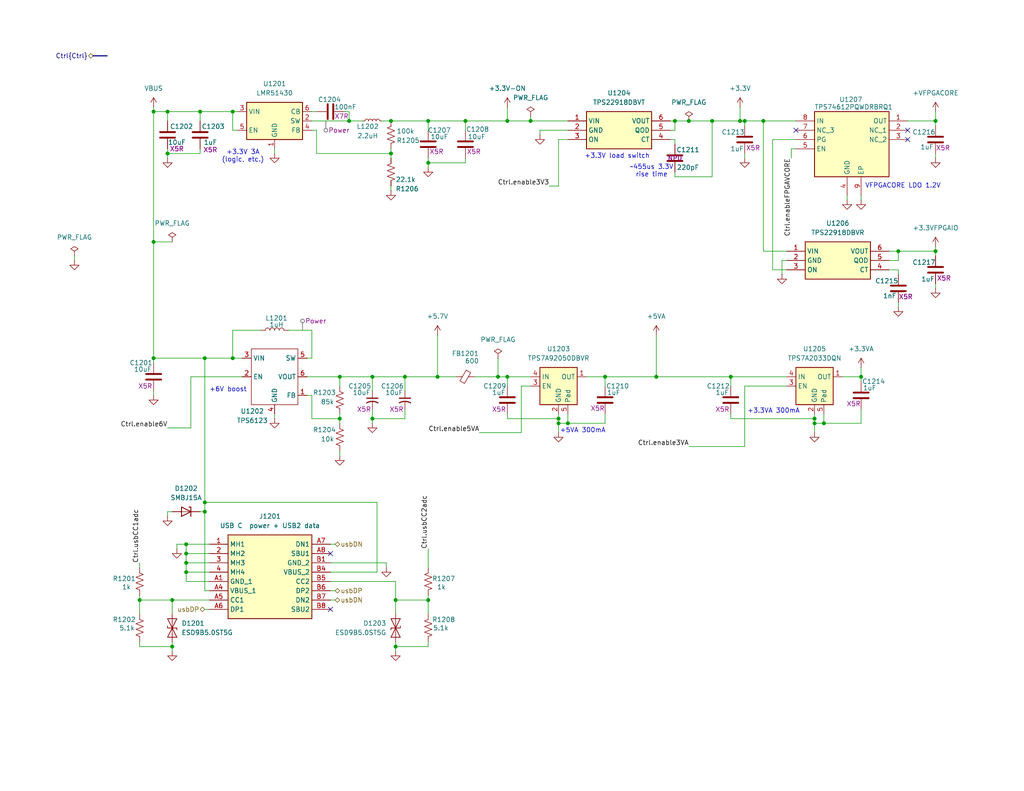
<source format=kicad_sch>
(kicad_sch (version 20250114) (generator "eeschema") (generator_version "9.0")
  (paper "USLetter")
  (title_block (title "Power Supplies") (date "2025-10-13") (company "WB7NAB") (comment 1 "Alan Mimms"))
  (lib_symbols
    (symbol "Device:C" (pin_numbers (hide yes)) (pin_names (offset 0.254))
      (property "Reference" "C" (at 0.635 2.54 0))
      (property "Value" "C" (at 0.635 -2.54 0))
      (symbol "C_1_1"
        (pin passive line (at 0 3.81 270) (length 2.794) (name "~") (number "1"))
        (pin passive line (at 0 -3.81 90) (length 2.794) (name "~") (number "2"))
      )
    )
    (symbol "Device:C_Small_US" (pin_numbers (hide yes)) (pin_names (offset 0.254) (hide yes))
      (property "Reference" "C" (at 0.254 1.778 0))
      (property "Value" "C_Small_US" (at 0.254 -2.032 0))
      (symbol "C_Small_US_1_1"
        (pin passive line (at 0 2.54 270) (length 2.032) (name "~") (number "1"))
        (pin passive line (at 0 -2.54 90) (length 2.032) (name "~") (number "2"))
      )
    )
    (symbol "Device:FerriteBead_Small" (pin_numbers (hide yes)) (pin_names (offset 0))
      (property "Reference" "FB" (at 1.905 1.27 0))
      (property "Value" "FerriteBead_Small" (at 1.905 -1.27 0))
      (symbol "FerriteBead_Small_1_1"
        (pin passive line (at 0 2.54 270) (length 1.27) (name "~") (number "1"))
        (pin passive line (at 0 -2.54 90) (length 1.27) (name "~") (number "2"))
      )
    )
    (symbol "Device:L" (pin_numbers (hide yes)) (pin_names (offset 1.016) (hide yes))
      (property "Reference" "L" (at -1.27 0 90))
      (property "Value" "L" (at 1.905 0 90))
      (symbol "L_1_1"
        (pin passive line (at 0 3.81 270) (length 1.27) (name "1") (number "1"))
        (pin passive line (at 0 -3.81 90) (length 1.27) (name "2") (number "2"))
      )
    )
    (symbol "Device:L_Small" (pin_numbers (hide yes)) (pin_names (offset 0.254) (hide yes))
      (property "Reference" "L" (at 0.762 1.016 0))
      (property "Value" "L_Small" (at 0.762 -1.016 0))
      (symbol "L_Small_1_1"
        (pin passive line (at 0 2.54 270) (length 0.508) (name "~") (number "1"))
        (pin passive line (at 0 -2.54 90) (length 0.508) (name "~") (number "2"))
      )
    )
    (symbol "Device:R_US" (pin_numbers (hide yes)) (pin_names (offset 0))
      (property "Reference" "R" (at 2.54 0 90))
      (property "Value" "R_US" (at -2.54 0 90))
      (symbol "R_US_1_1"
        (pin passive line (at 0 3.81 270) (length 1.27) (name "~") (number "1"))
        (pin passive line (at 0 -3.81 90) (length 1.27) (name "~") (number "2"))
      )
    )
    (symbol "Diode:ESD9B5.0ST5G" (pin_numbers (hide yes)) (pin_names (offset 1.016) (hide yes))
      (property "Reference" "D" (at 0 2.54 0))
      (property "Value" "ESD9B5.0ST5G" (at 0 -2.54 0))
      (symbol "ESD9B5.0ST5G_1_1"
        (pin passive line (at -3.81 0 0) (length 2.54) (name "A1") (number "1"))
        (pin passive line (at 3.81 0 180) (length 2.54) (name "A2") (number "2"))
      )
    )
    (symbol "Diode:Z2SMBxxx" (pin_numbers (hide yes)) (pin_names (hide yes))
      (property "Reference" "D" (at 0 2.54 0))
      (property "Value" "Z2SMBxxx" (at 0 -2.54 0))
      (symbol "Z2SMBxxx_1_1"
        (pin passive line (at -3.81 0 0) (length 2.54) (name "K") (number "1"))
        (pin passive line (at 3.81 0 180) (length 2.54) (name "A") (number "2"))
      )
    )
    (symbol "Library:TPS22918DBVR"
      (property "Reference" "U" (at -5.588 8.128 0))
      (property "Value" "TPS22918DBVR" (at -5.588 5.588 0))
      (symbol "TPS22918DBVR_1_1"
        (pin passive line (at -12.7 1.27 0) (length 5.08) (name "VIN") (number "1"))
        (pin passive line (at -12.7 -1.27 0) (length 5.08) (name "GND") (number "2"))
        (pin passive line (at -12.7 -3.81 0) (length 5.08) (name "ON") (number "3"))
        (pin passive line (at 15.24 1.27 180) (length 5.08) (name "VOUT") (number "6"))
        (pin passive line (at 15.24 -1.27 180) (length 5.08) (name "QOD") (number "5"))
        (pin passive line (at 15.24 -3.81 180) (length 5.08) (name "CT") (number "4"))
      )
    )
    (symbol "Library:TPS61023"
      (property "Reference" "U" (at 0 7.874 0))
      (symbol "TPS61023_1_1"
        (pin power_in line (at -8.89 1.27 0) (length 2.54) (name "VIN") (number "3"))
        (pin input line (at -8.89 -3.81 0) (length 2.54) (name "EN") (number "2"))
        (pin passive line (at 0 -13.97 90) (length 2.54) (name "GND") (number "4"))
        (pin output line (at 8.89 1.27 180) (length 2.54) (name "SW") (number "5"))
        (pin power_out line (at 8.89 -3.81 180) (length 2.54) (name "VOUT") (number "6"))
        (pin input line (at 8.89 -8.89 180) (length 2.54) (name "FB") (number "1"))
      )
    )
    (symbol "Library:TPS74612PQWDRBRQ1"
      (property "Reference" "U" (at -11.43 5.08 0))
      (property "Value" "TPS74612PQWDRBRQ1" (at -11.43 2.54 0))
      (symbol "TPS74612PQWDRBRQ1_1_1"
        (pin power_in line (at -15.24 -2.54 0) (length 5.08) (name "IN") (number "8"))
        (pin passive line (at -15.24 -5.08 0) (length 5.08) (name "NC_3") (number "7"))
        (pin passive line (at -15.24 -7.62 0) (length 5.08) (name "PG") (number "6"))
        (pin passive line (at -15.24 -10.16 0) (length 5.08) (name "EN") (number "5"))
        (pin passive line (at -1.27 -22.86 90) (length 5.08) (name "GND") (number "4"))
        (pin passive line (at 2.54 -22.86 90) (length 5.08) (name "EP") (number "9"))
        (pin power_out line (at 15.24 -2.54 180) (length 5.08) (name "OUT") (number "1"))
        (pin passive line (at 15.24 -5.08 180) (length 5.08) (name "NC_1") (number "2"))
        (pin passive line (at 15.24 -7.62 180) (length 5.08) (name "NC_2") (number "3"))
      )
    )
    (symbol "Library:UJ20-C-H-G-MSMT-4-P16-TR"
      (property "Reference" "J" (at 29.21 7.62 0))
      (property "Value" "UJ20-C-H-G-MSMT-4-P16-TR" (at 29.21 5.08 0))
      (symbol "UJ20-C-H-G-MSMT-4-P16-TR_1_1"
        (pin passive line (at 0 0 0) (length 5.08) (name "MH1") (number "1"))
        (pin passive line (at 0 -2.54 0) (length 5.08) (name "MH2") (number "2"))
        (pin passive line (at 0 -5.08 0) (length 5.08) (name "MH3") (number "3"))
        (pin passive line (at 0 -7.62 0) (length 5.08) (name "MH4") (number "4"))
        (pin passive line (at 0 -10.16 0) (length 5.08) (name "GND_1") (number "A1"))
        (pin passive line (at 0 -12.7 0) (length 5.08) (name "VBUS_1") (number "A4"))
        (pin passive line (at 0 -15.24 0) (length 5.08) (name "CC1") (number "A5"))
        (pin passive line (at 0 -17.78 0) (length 5.08) (name "DP1") (number "A6"))
        (pin passive line (at 33.02 0 180) (length 5.08) (name "DN1") (number "A7"))
        (pin passive line (at 33.02 -2.54 180) (length 5.08) (name "SBU1") (number "A8"))
        (pin passive line (at 33.02 -5.08 180) (length 5.08) (name "GND_2") (number "B1"))
        (pin passive line (at 33.02 -7.62 180) (length 5.08) (name "VBUS_2") (number "B4"))
        (pin passive line (at 33.02 -10.16 180) (length 5.08) (name "CC2") (number "B5"))
        (pin passive line (at 33.02 -12.7 180) (length 5.08) (name "DP2") (number "B6"))
        (pin passive line (at 33.02 -15.24 180) (length 5.08) (name "DN2") (number "B7"))
        (pin passive line (at 33.02 -17.78 180) (length 5.08) (name "SBU2") (number "B8"))
      )
    )
    (symbol "Regulator_Linear:TPS7A20xxxDQN"
      (property "Reference" "U" (at -3.81 6.35 0))
      (property "Value" "TPS7A20xxxDQN" (at 6.35 6.35 0))
      (symbol "TPS7A20xxxDQN_0_1"
        (pin power_in line (at -7.62 2.54 0) (length 2.54) (name "IN") (number "4"))
        (pin input line (at -7.62 0 0) (length 2.54) (name "EN") (number "3"))
        (pin power_in line (at 0 -7.62 90) (length 2.54) (name "GND") (number "2"))
        (pin power_out line (at 7.62 2.54 180) (length 2.54) (name "OUT") (number "1"))
      )
      (symbol "TPS7A20xxxDQN_1_1"
        (pin passive line (at 2.54 -7.62 90) (length 2.54) (name "Pad") (number "5"))
      )
    )
    (symbol "Regulator_Switching:LMR51430"
      (property "Reference" "U" (at -7.62 6.35 0))
      (property "Value" "LMR51430" (at 0 6.35 0))
      (symbol "LMR51430_1_1"
        (pin power_in line (at -10.16 2.54 0) (length 2.54) (name "VIN") (number "3"))
        (pin input line (at -10.16 -2.54 0) (length 2.54) (name "EN") (number "5"))
        (pin power_in line (at 0 -7.62 90) (length 2.54) (name "GND") (number "1"))
        (pin passive line (at 10.16 2.54 180) (length 2.54) (name "CB") (number "6"))
        (pin power_out line (at 10.16 0 180) (length 2.54) (name "SW") (number "2"))
        (pin input line (at 10.16 -2.54 180) (length 2.54) (name "FB") (number "4"))
      )
    )
    (symbol "power:+3.3V" (power) (pin_numbers (hide yes)) (pin_names (offset 0) (hide yes))
      (property "Value" "+3.3V" (at 0 3.556 0))
      (symbol "+3.3V_1_1"
        (pin power_in line (at 0 0 90) (length 0) (name "~") (number "1"))
      )
    )
    (symbol "power:+3.3VA" (power) (pin_numbers (hide yes)) (pin_names (offset 0) (hide yes))
      (property "Value" "+3.3VA" (at 0 3.556 0))
      (symbol "+3.3VA_1_1"
        (pin power_in line (at 0 0 90) (length 0) (name "~") (number "1"))
      )
    )
    (symbol "power:+5C" (power) (pin_numbers (hide yes)) (pin_names (offset 0) (hide yes))
      (property "Value" "+5C" (at 0 3.556 0))
      (symbol "+5C_1_1"
        (pin power_in line (at 0 0 90) (length 0) (name "~") (number "1"))
      )
    )
    (symbol "power:+5VA" (power) (pin_numbers (hide yes)) (pin_names (offset 0) (hide yes))
      (property "Value" "+5VA" (at 0 3.556 0))
      (symbol "+5VA_1_1"
        (pin power_in line (at 0 0 90) (length 0) (name "~") (number "1"))
      )
    )
    (symbol "power:GND" (power) (pin_numbers (hide yes)) (pin_names (offset 0) (hide yes))
      (property "Value" "GND" (at 0 -3.81 0))
      (symbol "GND_1_1"
        (pin power_in line (at 0 0 270) (length 0) (name "~") (number "1"))
      )
    )
    (symbol "power:PWR_FLAG" (power) (pin_numbers (hide yes)) (pin_names (offset 0) (hide yes))
      (property "Value" "PWR_FLAG" (at 0 3.81 0))
      (symbol "PWR_FLAG_0_0"
        (pin power_out line (at 0 0 90) (length 0) (name "~") (number "1"))
      )
    )
    (symbol "power:VBUS" (power) (pin_numbers (hide yes)) (pin_names (offset 0) (hide yes))
      (property "Value" "VBUS" (at 0 3.556 0))
      (symbol "VBUS_1_1"
        (pin power_in line (at 0 0 90) (length 0) (name "~") (number "1"))
      )
    )
    (symbol "power:VDD" (power) (pin_numbers (hide yes)) (pin_names (offset 0) (hide yes))
      (property "Value" "VDD" (at 0 3.556 0))
      (symbol "VDD_1_1"
        (pin power_in line (at 0 0 90) (length 0) (name "~") (number "1"))
      )
    )
  )
  (text "+6V boost" (at 62.23 106.426 0) (effects (font (size 1.27 1.27))))
  (text "~455us 3.3V\nrise time" (at 177.8 46.736 0) (effects (font (size 1.27 1.27))))
  (text "VFPGACORE LDO 1.2V" (at 246.38 50.8 0) (effects (font (size 1.27 1.27))))
  (text "+3.3V load switch" (at 168.402 42.672 0) (effects (font (size 1.27 1.27))))
  (text "+5VA 300mA" (at 159.004 117.602 0) (effects (font (size 1.27 1.27))))
  (text "+3.3V 3A\n(logic, etc.)" (at 66.294 42.672 0) (effects (font (size 1.27 1.27))))
  (text "+3.3VA 300mA" (at 211.074 112.268 0) (effects (font (size 1.27 1.27))))
  (junction (at 255.27 68.58))
  (junction (at 187.96 33.02))
  (junction (at 45.72 41.91))
  (junction (at 116.84 44.45))
  (junction (at 63.5 30.48))
  (junction (at 46.99 176.53))
  (junction (at 41.91 97.79))
  (junction (at 116.84 163.83))
  (junction (at 38.1 163.83))
  (junction (at 110.49 102.87))
  (junction (at 41.91 30.48))
  (junction (at 95.25 33.02))
  (junction (at 152.4 114.3))
  (junction (at 203.2 33.02))
  (junction (at 101.6 102.87))
  (junction (at 54.61 30.48))
  (junction (at 107.95 176.53))
  (junction (at 50.8 151.13))
  (junction (at 152.4 115.57))
  (junction (at 224.79 115.57))
  (junction (at 63.5 97.79))
  (junction (at 55.88 139.7))
  (junction (at 184.15 33.02))
  (junction (at 154.94 115.57))
  (junction (at 116.84 33.02))
  (junction (at 165.1 102.87))
  (junction (at 41.91 66.04))
  (junction (at 138.43 102.87))
  (junction (at 101.6 114.3))
  (junction (at 194.31 33.02))
  (junction (at 55.88 137.16))
  (junction (at 179.07 102.87))
  (junction (at 135.89 102.87))
  (junction (at 222.25 114.3))
  (junction (at 50.8 148.59))
  (junction (at 255.27 33.02))
  (junction (at 234.95 102.87))
  (junction (at 199.39 102.87))
  (junction (at 50.8 156.21))
  (junction (at 45.72 30.48))
  (junction (at 127 33.02))
  (junction (at 106.68 33.02))
  (junction (at 144.78 33.02))
  (junction (at 208.28 33.02))
  (junction (at 201.93 33.02))
  (junction (at 245.11 68.58))
  (junction (at 106.68 41.91))
  (junction (at 55.88 97.79))
  (junction (at 138.43 33.02))
  (junction (at 222.25 115.57))
  (junction (at 46.99 163.83))
  (junction (at 107.95 163.83))
  (junction (at 50.8 153.67))
  (junction (at 92.71 114.3))
  (junction (at 92.71 102.87))
  (junction (at 119.38 102.87))
  (no_connect (at 247.65 35.56))
  (no_connect (at 217.17 35.56))
  (no_connect (at 247.65 38.1))
  (no_connect (at 90.17 151.13))
  (no_connect (at 90.17 166.37))
  (wire (pts (xy 107.95 163.83) (xy 107.95 158.75)))
  (wire (pts (xy 54.61 30.48) (xy 63.5 30.48)))
  (wire (pts (xy 54.61 41.91) (xy 45.72 41.91)))
  (wire (pts (xy 63.5 35.56) (xy 63.5 30.48)))
  (wire (pts (xy 149.86 50.8) (xy 152.4 50.8)))
  (wire (pts (xy 107.95 163.83) (xy 107.95 167.64)))
  (wire (pts (xy 41.91 99.06) (xy 41.91 97.79)))
  (wire (pts (xy 255.27 69.85) (xy 255.27 68.58)))
  (wire (pts (xy 46.99 139.7) (xy 45.72 139.7)))
  (wire (pts (xy 45.72 139.7) (xy 45.72 140.97)))
  (wire (pts (xy 203.2 41.91) (xy 203.2 43.18)))
  (wire (pts (xy 222.25 115.57) (xy 222.25 118.11)))
  (wire (pts (xy 154.94 113.03) (xy 154.94 115.57)))
  (wire (pts (xy 213.36 71.12) (xy 213.36 74.93)))
  (wire (pts (xy 203.2 33.02) (xy 208.28 33.02)))
  (wire (pts (xy 38.1 175.26) (xy 38.1 176.53)))
  (wire (pts (xy 182.88 38.1) (xy 184.15 38.1)))
  (wire (pts (xy 152.4 115.57) (xy 152.4 118.11)))
  (wire (pts (xy 50.8 153.67) (xy 57.15 153.67)))
  (wire (pts (xy 234.95 115.57) (xy 224.79 115.57)))
  (wire (pts (xy 74.93 113.03) (xy 74.93 114.3)))
  (wire (pts (xy 41.91 29.21) (xy 41.91 30.48)))
  (wire (pts (xy 179.07 102.87) (xy 199.39 102.87)))
  (wire (pts (xy 127 33.02) (xy 116.84 33.02)))
  (wire (pts (xy 38.1 167.64) (xy 38.1 163.83)))
  (wire (pts (xy 135.89 102.87) (xy 138.43 102.87)))
  (wire (pts (xy 63.5 90.17) (xy 63.5 97.79)))
  (wire (pts (xy 83.82 102.87) (xy 92.71 102.87)))
  (wire (pts (xy 154.94 115.57) (xy 152.4 115.57)))
  (wire (pts (xy 104.14 33.02) (xy 106.68 33.02)))
  (wire (pts (xy 50.8 151.13) (xy 50.8 153.67)))
  (wire (pts (xy 52.07 102.87) (xy 66.04 102.87)))
  (wire (pts (xy 242.57 68.58) (xy 245.11 68.58)))
  (wire (pts (xy 90.17 158.75) (xy 107.95 158.75)))
  (wire (pts (xy 199.39 102.87) (xy 214.63 102.87)))
  (wire (pts (xy 50.8 151.13) (xy 57.15 151.13)))
  (wire (pts (xy 50.8 153.67) (xy 50.8 156.21)))
  (wire (pts (xy 55.88 139.7) (xy 55.88 161.29)))
  (wire (pts (xy 229.87 102.87) (xy 234.95 102.87)))
  (wire (pts (xy 45.72 40.64) (xy 45.72 41.91)))
  (wire (pts (xy 55.88 166.37) (xy 57.15 166.37)))
  (wire (pts (xy 255.27 30.48) (xy 255.27 33.02)))
  (wire (pts (xy 54.61 40.64) (xy 54.61 41.91)))
  (wire (pts (xy 116.84 163.83) (xy 107.95 163.83)))
  (wire (pts (xy 38.1 162.56) (xy 38.1 163.83)))
  (wire (pts (xy 144.78 33.02) (xy 154.94 33.02)))
  (wire (pts (xy 110.49 102.87) (xy 110.49 106.68)))
  (wire (pts (xy 116.84 44.45) (xy 116.84 43.18)))
  (wire (pts (xy 63.5 30.48) (xy 64.77 30.48)))
  (wire (pts (xy 41.91 30.48) (xy 45.72 30.48)))
  (wire (pts (xy 54.61 30.48) (xy 45.72 30.48)))
  (wire (pts (xy 95.25 33.02) (xy 99.06 33.02)))
  (wire (pts (xy 55.88 137.16) (xy 55.88 139.7)))
  (wire (pts (xy 165.1 102.87) (xy 165.1 105.41)))
  (wire (pts (xy 129.54 102.87) (xy 135.89 102.87)))
  (wire (pts (xy 106.68 40.64) (xy 106.68 41.91)))
  (wire (pts (xy 208.28 68.58) (xy 214.63 68.58)))
  (wire (pts (xy 199.39 102.87) (xy 199.39 105.41)))
  (wire (pts (xy 38.1 176.53) (xy 46.99 176.53)))
  (wire (pts (xy 182.88 33.02) (xy 184.15 33.02)))
  (wire (pts (xy 194.31 33.02) (xy 201.93 33.02)))
  (wire (pts (xy 234.95 100.33) (xy 234.95 102.87)))
  (wire (pts (xy 63.5 35.56) (xy 64.77 35.56)))
  (wire (pts (xy 41.91 66.04) (xy 41.91 97.79)))
  (wire (pts (xy 92.71 102.87) (xy 101.6 102.87)))
  (wire (pts (xy 138.43 105.41) (xy 138.43 102.87)))
  (wire (pts (xy 217.17 38.1) (xy 210.82 38.1)))
  (wire (pts (xy 119.38 102.87) (xy 124.46 102.87)))
  (wire (pts (xy 102.87 137.16) (xy 102.87 156.21)))
  (wire (pts (xy 85.09 97.79) (xy 85.09 90.17)))
  (wire (pts (xy 210.82 38.1) (xy 210.82 73.66)))
  (wire (pts (xy 138.43 33.02) (xy 144.78 33.02)))
  (wire (pts (xy 83.82 97.79) (xy 85.09 97.79)))
  (wire (pts (xy 116.84 33.02) (xy 116.84 35.56)))
  (wire (pts (xy 110.49 102.87) (xy 101.6 102.87)))
  (wire (pts (xy 214.63 105.41) (xy 203.2 105.41)))
  (wire (pts (xy 234.95 102.87) (xy 234.95 104.14)))
  (wire (pts (xy 116.84 175.26) (xy 116.84 176.53)))
  (wire (pts (xy 90.17 148.59) (xy 91.44 148.59)))
  (wire (pts (xy 101.6 114.3) (xy 110.49 114.3)))
  (wire (pts (xy 215.9 43.18) (xy 215.9 40.64)))
  (wire (pts (xy 144.78 105.41) (xy 142.24 105.41)))
  (wire (pts (xy 255.27 41.91) (xy 255.27 43.18)))
  (wire (pts (xy 242.57 71.12) (xy 245.11 71.12)))
  (wire (pts (xy 54.61 139.7) (xy 55.88 139.7)))
  (wire (pts (xy 247.65 33.02) (xy 255.27 33.02)))
  (wire (pts (xy 147.32 35.56) (xy 147.32 36.83)))
  (wire (pts (xy 101.6 114.3) (xy 101.6 115.57)))
  (wire (pts (xy 224.79 115.57) (xy 222.25 115.57)))
  (wire (pts (xy 101.6 111.76) (xy 101.6 114.3)))
  (wire (pts (xy 160.02 102.87) (xy 165.1 102.87)))
  (wire (pts (xy 224.79 113.03) (xy 224.79 115.57)))
  (wire (pts (xy 245.11 71.12) (xy 245.11 68.58)))
  (wire (pts (xy 116.84 176.53) (xy 107.95 176.53)))
  (wire (pts (xy 48.26 148.59) (xy 50.8 148.59)))
  (wire (pts (xy 184.15 46.99) (xy 184.15 48.26)))
  (wire (pts (xy 179.07 102.87) (xy 165.1 102.87)))
  (wire (pts (xy 182.88 35.56) (xy 184.15 35.56)))
  (wire (pts (xy 90.17 161.29) (xy 91.44 161.29)))
  (wire (pts (xy 222.25 114.3) (xy 222.25 115.57)))
  (wire (pts (xy 86.36 35.56) (xy 86.36 41.91)))
  (wire (pts (xy 45.72 33.02) (xy 45.72 30.48)))
  (wire (pts (xy 71.12 90.17) (xy 63.5 90.17)))
  (wire (pts (xy 63.5 97.79) (xy 66.04 97.79)))
  (wire (pts (xy 38.1 154.94) (xy 38.1 153.67)))
  (wire (pts (xy 255.27 67.31) (xy 255.27 68.58)))
  (wire (pts (xy 92.71 113.03) (xy 92.71 114.3)))
  (wire (pts (xy 245.11 73.66) (xy 245.11 74.93)))
  (wire (pts (xy 255.27 77.47) (xy 255.27 78.74)))
  (wire (pts (xy 138.43 114.3) (xy 152.4 114.3)))
  (wire (pts (xy 92.71 114.3) (xy 92.71 115.57)))
  (wire (pts (xy 242.57 73.66) (xy 245.11 73.66)))
  (wire (pts (xy 106.68 41.91) (xy 106.68 43.18)))
  (wire (pts (xy 55.88 161.29) (xy 57.15 161.29)))
  (wire (pts (xy 222.25 113.03) (xy 222.25 114.3)))
  (wire (pts (xy 50.8 158.75) (xy 57.15 158.75)))
  (wire (pts (xy 184.15 35.56) (xy 184.15 33.02)))
  (wire (pts (xy 116.84 149.86) (xy 116.84 154.94)))
  (wire (pts (xy 215.9 40.64) (xy 217.17 40.64)))
  (wire (pts (xy 187.96 33.02) (xy 194.31 33.02)))
  (wire (pts (xy 184.15 38.1) (xy 184.15 39.37)))
  (wire (pts (xy 144.78 31.75) (xy 144.78 33.02)))
  (wire (pts (xy 55.88 97.79) (xy 63.5 97.79)))
  (wire (pts (xy 46.99 176.53) (xy 46.99 177.8)))
  (wire (pts (xy 41.91 106.68) (xy 41.91 107.95)))
  (wire (pts (xy 38.1 163.83) (xy 46.99 163.83)))
  (wire (pts (xy 184.15 33.02) (xy 187.96 33.02)))
  (wire (pts (xy 135.89 97.79) (xy 135.89 102.87)))
  (wire (pts (xy 116.84 44.45) (xy 116.84 45.72)))
  (wire (pts (xy 201.93 29.21) (xy 201.93 33.02)))
  (wire (pts (xy 127 35.56) (xy 127 33.02)))
  (wire (pts (xy 201.93 33.02) (xy 203.2 33.02)))
  (wire (pts (xy 152.4 50.8) (xy 152.4 38.1)))
  (wire (pts (xy 165.1 115.57) (xy 154.94 115.57)))
  (wire (pts (xy 95.25 30.48) (xy 95.25 33.02)))
  (wire (pts (xy 165.1 113.03) (xy 165.1 115.57)))
  (wire (pts (xy 208.28 33.02) (xy 208.28 68.58)))
  (wire (pts (xy 110.49 111.76) (xy 110.49 114.3)))
  (wire (pts (xy 203.2 105.41) (xy 203.2 121.92)))
  (wire (pts (xy 55.88 97.79) (xy 55.88 137.16)))
  (wire (pts (xy 116.84 162.56) (xy 116.84 163.83)))
  (wire (pts (xy 203.2 33.02) (xy 203.2 34.29)))
  (wire (pts (xy 184.15 48.26) (xy 194.31 48.26)))
  (wire (pts (xy 20.32 69.85) (xy 20.32 71.12)))
  (wire (pts (xy 90.17 156.21) (xy 102.87 156.21)))
  (wire (pts (xy 86.36 35.56) (xy 85.09 35.56)))
  (wire (pts (xy 255.27 33.02) (xy 255.27 34.29)))
  (wire (pts (xy 92.71 102.87) (xy 92.71 105.41)))
  (wire (pts (xy 210.82 73.66) (xy 214.63 73.66)))
  (wire (pts (xy 105.41 153.67) (xy 105.41 154.94)))
  (wire (pts (xy 41.91 97.79) (xy 55.88 97.79)))
  (wire (pts (xy 90.17 163.83) (xy 91.44 163.83)))
  (wire (pts (xy 45.72 41.91) (xy 45.72 43.18)))
  (wire (pts (xy 92.71 124.46) (xy 92.71 123.19)))
  (wire (pts (xy 46.99 175.26) (xy 46.99 176.53)))
  (wire (pts (xy 152.4 113.03) (xy 152.4 114.3)))
  (wire (pts (xy 152.4 38.1) (xy 154.94 38.1)))
  (wire (pts (xy 101.6 102.87) (xy 101.6 106.68)))
  (wire (pts (xy 106.68 33.02) (xy 116.84 33.02)))
  (bus (pts (xy 25.4 15.24) (xy 29.21 15.24)))
  (wire (pts (xy 127 43.18) (xy 127 44.45)))
  (wire (pts (xy 138.43 102.87) (xy 144.78 102.87)))
  (wire (pts (xy 74.93 40.64) (xy 74.93 41.91)))
  (wire (pts (xy 214.63 71.12) (xy 213.36 71.12)))
  (wire (pts (xy 152.4 114.3) (xy 152.4 115.57)))
  (wire (pts (xy 45.72 116.84) (xy 52.07 116.84)))
  (wire (pts (xy 106.68 50.8) (xy 106.68 52.07)))
  (wire (pts (xy 54.61 30.48) (xy 54.61 33.02)))
  (wire (pts (xy 86.36 41.91) (xy 106.68 41.91)))
  (wire (pts (xy 95.25 30.48) (xy 93.98 30.48)))
  (wire (pts (xy 119.38 102.87) (xy 110.49 102.87)))
  (wire (pts (xy 52.07 116.84) (xy 52.07 102.87)))
  (wire (pts (xy 255.27 68.58) (xy 245.11 68.58)))
  (wire (pts (xy 138.43 114.3) (xy 138.43 113.03)))
  (wire (pts (xy 208.28 33.02) (xy 217.17 33.02)))
  (wire (pts (xy 50.8 156.21) (xy 57.15 156.21)))
  (wire (pts (xy 85.09 114.3) (xy 92.71 114.3)))
  (wire (pts (xy 127 33.02) (xy 138.43 33.02)))
  (wire (pts (xy 78.74 90.17) (xy 85.09 90.17)))
  (wire (pts (xy 194.31 33.02) (xy 194.31 48.26)))
  (wire (pts (xy 48.26 149.86) (xy 48.26 148.59)))
  (wire (pts (xy 50.8 148.59) (xy 57.15 148.59)))
  (wire (pts (xy 187.96 121.92) (xy 203.2 121.92)))
  (wire (pts (xy 245.11 82.55) (xy 245.11 83.82)))
  (wire (pts (xy 50.8 156.21) (xy 50.8 158.75)))
  (wire (pts (xy 179.07 91.44) (xy 179.07 102.87)))
  (wire (pts (xy 234.95 111.76) (xy 234.95 115.57)))
  (wire (pts (xy 142.24 105.41) (xy 142.24 118.11)))
  (wire (pts (xy 85.09 33.02) (xy 95.25 33.02)))
  (wire (pts (xy 41.91 30.48) (xy 41.91 66.04)))
  (wire (pts (xy 234.95 53.34) (xy 234.95 54.61)))
  (wire (pts (xy 199.39 114.3) (xy 199.39 113.03)))
  (wire (pts (xy 46.99 163.83) (xy 46.99 167.64)))
  (wire (pts (xy 55.88 137.16) (xy 102.87 137.16)))
  (wire (pts (xy 138.43 29.21) (xy 138.43 33.02)))
  (wire (pts (xy 46.99 163.83) (xy 57.15 163.83)))
  (wire (pts (xy 107.95 175.26) (xy 107.95 176.53)))
  (wire (pts (xy 41.91 66.04) (xy 46.99 66.04)))
  (wire (pts (xy 116.84 167.64) (xy 116.84 163.83)))
  (wire (pts (xy 107.95 176.53) (xy 107.95 177.8)))
  (wire (pts (xy 231.14 53.34) (xy 231.14 54.61)))
  (wire (pts (xy 130.81 118.11) (xy 142.24 118.11)))
  (wire (pts (xy 85.09 30.48) (xy 86.36 30.48)))
  (wire (pts (xy 90.17 153.67) (xy 105.41 153.67)))
  (wire (pts (xy 199.39 114.3) (xy 222.25 114.3)))
  (wire (pts (xy 83.82 107.95) (xy 85.09 107.95)))
  (wire (pts (xy 50.8 148.59) (xy 50.8 151.13)))
  (wire (pts (xy 119.38 91.44) (xy 119.38 102.87)))
  (wire (pts (xy 85.09 107.95) (xy 85.09 114.3)))
  (wire (pts (xy 127 44.45) (xy 116.84 44.45)))
  (wire (pts (xy 147.32 35.56) (xy 154.94 35.56)))
  (label "Ctrl.usbCC2adc" (at 116.84 149.86 90))
  (label "Ctrl.enable6V" (at 45.72 116.84 180))
  (label "Ctrl.enable3V3" (at 149.86 50.8 180))
  (label "Ctrl.enable3VA" (at 187.96 121.92 180))
  (label "Ctrl.usbCC1adc" (at 38.1 153.67 90))
  (label "Ctrl.enable5VA" (at 130.81 118.11 180))
  (label "Ctrl.enableFPGAVCORE" (at 215.9 43.18 270))
  (hierarchical_label "usbDN" (shape bidirectional) (at 91.44 163.83 0))
  (hierarchical_label "usbDP" (shape bidirectional) (at 55.88 166.37 180))
  (hierarchical_label "Ctrl{Ctrl}" (shape bidirectional) (at 25.4 15.24 180))
  (hierarchical_label "usbDN" (shape bidirectional) (at 91.44 148.59 0))
  (hierarchical_label "usbDP" (shape bidirectional) (at 91.44 161.29 0))
  (netclass_flag "" (length 2.54) (shape round) (at 88.9 33.02 180) (property "Netclass" "Power" (at 89.5985 35.56 0) (effects (justify left))))
  (netclass_flag "" (length 2.54) (shape round) (at 82.55 90.17 0) (property "Netclass" "Power" (at 83.2485 87.63 0) (effects (justify left))))
  (symbol (lib_id "power:GND") (at 231.14 54.61 0) (mirror y) (unit 1)
    (property "Reference" "#PWR01225" (effects (hide yes)))
    (property "Value" "GND" (effects (hide yes)))
    (property "Description" "Power symbol creates a global label with name \"GND\" , ground" (effects (hide yes)))
  )
  (symbol (lib_id "power:VBUS") (at 41.91 29.21 0) (unit 1)
    (property "Reference" "#PWR01202" (effects (hide yes)))
    (property "Value" "VBUS" (at 41.91 24.13 0))
    (property "Description" "Power symbol creates a global label with name \"VBUS\"" (effects (hide yes)))
  )
  (symbol (lib_id "power:GND") (at 20.32 71.12 0) (unit 1)
    (property "Reference" "#PWR01201" (effects (hide yes)))
    (property "Value" "GND" (effects (hide yes)))
    (property "Description" "Power symbol creates a global label with name \"GND\" , ground" (effects (hide yes)))
  )
  (symbol (lib_id "Device:L") (at 74.93 90.17 90) (unit 1)
    (property "Reference" "L1201" (at 75.438 86.868 90))
    (property "Value" "1uH" (at 75.438 88.646 90))
    (property "Footprint" "Library:IND_XGL4030_COC" (effects (hide yes)))
    (property "Description" "Inductor" (effects (hide yes)))
    (property "MANUFACTURER" "Coilcraft" (effects (hide yes)))
    (property "MF" "Coilcraft" (effects (hide yes)))
    (property "MP" "XGL4030-102MEC" (effects (hide yes)))
  )
  (symbol (lib_id "power:GND") (at 107.95 177.8 0) (unit 1)
    (property "Reference" "#PWR01214" (effects (hide yes)))
    (property "Value" "GND" (effects (hide yes)))
    (property "Description" "Power symbol creates a global label with name \"GND\" , ground" (effects (hide yes)))
  )
  (symbol (lib_id "power:PWR_FLAG") (at 46.99 66.04 0) (unit 1)
    (property "Reference" "#FLG01202" (effects (hide yes)))
    (property "Value" "PWR_FLAG" (at 46.99 60.96 0))
    (property "Description" "Special symbol for telling ERC where power comes from" (effects (hide yes)))
  )
  (symbol (lib_id "power:+3.3V") (at 138.43 29.21 0) (unit 1)
    (property "Reference" "#PWR01217" (effects (hide yes)))
    (property "Value" "+3.3V-ON" (at 138.43 24.13 0))
    (property "Description" "Power symbol creates a global label with name \"+3.3V-ON\"" (effects (hide yes)))
  )
  (symbol (lib_id "power:GND") (at 74.93 41.91 0) (mirror y) (unit 1)
    (property "Reference" "#PWR01208" (effects (hide yes)))
    (property "Value" "GND" (effects (hide yes)))
    (property "Description" "Power symbol creates a global label with name \"GND\" , ground" (effects (hide yes)))
  )
  (symbol (lib_id "Diode:Z2SMBxxx") (at 50.8 139.7 0) (mirror y) (unit 1)
    (property "Reference" "D1202" (at 50.8 133.35 0))
    (property "Value" "SMBJ15A" (at 50.8 135.89 0))
    (property "Footprint" "Diode_SMD:D_SMB" (effects (hide yes)))
    (property "Datasheet" "https://www.littelfuse.com/assetdocs/tvs-diodes-smbj-series-datasheet?assetguid=ba555e99-a12d-4f72-a0b6-86b06c67171e" (effects (hide yes)))
    (property "Description" "600W 14V transient protection zener diode" (effects (hide yes)))
    (property "MFG" "Littelfuse" (effects (hide yes)))
    (property "MPN" "SMBJ15A" (effects (hide yes)))
  )
  (symbol (lib_id "power:GND") (at 234.95 54.61 0) (mirror y) (unit 1)
    (property "Reference" "#PWR01226" (effects (hide yes)))
    (property "Value" "GND" (effects (hide yes)))
    (property "Description" "Power symbol creates a global label with name \"GND\" , ground" (effects (hide yes)))
  )
  (symbol (lib_id "Device:L_Small") (at 101.6 33.02 90) (unit 1)
    (property "Reference" "L1202" (at 100.33 34.544 90))
    (property "Value" "2.2uH" (at 100.33 37.084 90))
    (property "Footprint" "Inductor_SMD:L_0805_2012Metric" (effects (hide yes)))
    (property "Description" "Inductor, small symbol" (effects (hide yes)))
  )
  (symbol (lib_id "Device:C_Small_US") (at 101.6 109.22 0) (mirror y) (unit 1)
    (property "Reference" "C1205" (at 101.346 105.41 0) (effects (justify left)))
    (property "Value" "10uF" (at 101.092 107.188 0) (effects (justify left)))
    (property "Footprint" "Capacitor_SMD:C_0805_2012Metric" (effects (hide yes)))
    (property "Description" "capacitor, small US symbol" (effects (hide yes)))
    (property "cap-type" "X5R" (at 99.314 111.76 0))
    (property "working-voltage" "25V" (effects (hide yes)))
    (property "Manufacturer_Name" "Samsung" (effects (hide yes)))
    (property "Manufacturer_Part_Number" "CL21A106KAYNNNF" (effects (hide yes)))
    (property "Mouser Part Number" "187-CL21A106KAYNNNF" (effects (hide yes)))
  )
  (symbol (lib_id "Device:C") (at 184.15 43.18 180) (unit 1)
    (property "Reference" "C1211" (at 187.706 40.894 0))
    (property "Value" "220pF" (at 187.706 45.72 0))
    (property "Footprint" "Capacitor_SMD:C_0603_1608Metric" (effects (hide yes)))
    (property "Description" "Unpolarized capacitor" (effects (hide yes)))
    (property "cap-type" "NP0" (at 184.15 43.18 0))
    (property "working-voltage" "25V" (effects (hide yes)))
    (property "Manufacturer_Name" "TDK" (effects (hide yes)))
    (property "Manufacturer_Part_Number" "C1608C0G1H221F080AA" (effects (hide yes)))
    (property "Mouser Part Number" "810-C1608C0G1H221F" (effects (hide yes)))
  )
  (symbol (lib_id "power:PWR_FLAG") (at 187.96 33.02 0) (unit 1)
    (property "Reference" "#FLG01205" (effects (hide yes)))
    (property "Value" "PWR_FLAG" (at 187.96 27.94 0))
    (property "Description" "Special symbol for telling ERC where power comes from" (effects (hide yes)))
  )
  (symbol (lib_id "power:PWR_FLAG") (at 135.89 97.79 0) (unit 1)
    (property "Reference" "#FLG01203" (effects (hide yes)))
    (property "Value" "PWR_FLAG" (at 135.89 92.71 0))
    (property "Description" "Special symbol for telling ERC where power comes from" (effects (hide yes)))
  )
  (symbol (lib_id "Regulator_Switching:LMR51430") (at 74.93 33.02 0) (unit 1)
    (property "Reference" "U1201" (at 74.93 22.86 0))
    (property "Value" "LMR51430" (at 74.93 25.4 0))
    (property "Footprint" "Package_TO_SOT_SMD:SOT-23-6" (effects (hide yes)))
    (property "Datasheet" "https://www.ti.com/lit/ds/symlink/lmr51430.pdf" (effects (hide yes)))
    (property "Description" "4.5-V to 36-V, 3-A synchronous buck converter with 40-µA IQ, SOT-23-6" (effects (hide yes)))
  )
  (symbol (lib_id "Regulator_Linear:TPS7A20xxxDQN") (at 152.4 105.41 0) (unit 1)
    (property "Reference" "U1203" (at 152.4 95.25 0))
    (property "Value" "TPS7A92050DBVR" (at 152.4 97.79 0))
    (property "Footprint" "Package_SON:Texas_X2SON-4_1x1mm_P0.65mm" (effects (hide yes)))
    (property "Datasheet" "https://www.ti.com/lit/ds/symlink/tps7a20.pdf" (effects (hide yes)))
    (property "Description" "300 mA Low Dropout Voltage Regulator, Fixed Output, 1.6..6.0Vin, Low-Noise (7μV RMS), 6.5μA IQ LDO, X2SON-5" (effects (hide yes)))
  )
  (symbol (lib_id "Device:C_Small_US") (at 110.49 109.22 0) (mirror y) (unit 1)
    (property "Reference" "C1206" (at 110.236 105.41 0) (effects (justify left)))
    (property "Value" "10uF" (at 109.982 107.188 0) (effects (justify left)))
    (property "Footprint" "Capacitor_SMD:C_0805_2012Metric" (effects (hide yes)))
    (property "Description" "capacitor, small US symbol" (effects (hide yes)))
    (property "cap-type" "X5R" (at 108.204 111.76 0))
    (property "MANUFACTURER" "Samsung" (effects (hide yes)))
    (property "working-voltage" "25V" (effects (hide yes)))
    (property "Manufacturer_Name" "Samsung" (effects (hide yes)))
    (property "Manufacturer_Part_Number" "CL21A106KAYNNNF" (effects (hide yes)))
    (property "Mouser Part Number" "187-CL21A106KAYNNNF" (effects (hide yes)))
  )
  (symbol (lib_id "Diode:ESD9B5.0ST5G") (at 107.95 171.45 270) (mirror x) (unit 1)
    (property "Reference" "D1203" (at 105.41 170.1799 90) (effects (justify right)))
    (property "Value" "ESD9B5.0ST5G" (at 105.41 172.7199 90) (effects (justify right)))
    (property "Footprint" "Diode_SMD:D_SOD-923" (effects (hide yes)))
    (property "Datasheet" "https://www.onsemi.com/pub/Collateral/ESD9B-D.PDF" (effects (hide yes)))
    (property "Description" "ESD protection diode, 5.0Vrwm, SOD-923" (effects (hide yes)))
  )
  (symbol (lib_id "power:PWR_FLAG") (at 20.32 69.85 0) (unit 1)
    (property "Reference" "#FLG01201" (effects (hide yes)))
    (property "Value" "PWR_FLAG" (at 20.32 64.77 0))
    (property "Description" "Special symbol for telling ERC where power comes from" (effects (hide yes)))
  )
  (symbol (lib_id "power:VDD") (at 255.27 30.48 0) (unit 1)
    (property "Reference" "#PWR01229" (effects (hide yes)))
    (property "Value" "+VFPGACORE" (at 255.27 25.4 0))
    (property "Description" "Power symbol creates a global label with name \"+VFPGACORE\"" (effects (hide yes)))
  )
  (symbol (lib_id "Device:R_US") (at 38.1 171.45 0) (unit 1)
    (property "Reference" "R1202" (at 30.734 169.164 0) (effects (justify left)))
    (property "Value" "5.1k" (at 32.512 171.45 0) (effects (justify left)))
    (property "Footprint" "Resistor_SMD:R_0603_1608Metric" (effects (hide yes)))
    (property "Description" "Resistor, US symbol" (effects (hide yes)))
  )
  (symbol (lib_id "Device:C") (at 116.84 39.37 0) (unit 1)
    (property "Reference" "C1207" (at 119.888 35.56 0))
    (property "Value" "10uF" (at 119.888 37.338 0))
    (property "Footprint" "Capacitor_SMD:C_0603_1608Metric" (effects (hide yes)))
    (property "Description" "Unpolarized capacitor" (effects (hide yes)))
    (property "cap-type" "X5R" (at 119.126 41.402 0))
    (property "working-voltage" "25V" (effects (hide yes)))
    (property "Manufacturer_Name" "Taoup Uidem" (effects (hide yes)))
    (property "Manufacturer_Part_Number" "81-GXT155R71E223KE1D" (effects (hide yes)))
    (property "Mouser Part Number" "963-MLAST168BB5106MT" (effects (hide yes)))
  )
  (symbol (lib_id "power:GND") (at 147.32 36.83 0) (mirror y) (unit 1)
    (property "Reference" "#PWR01218" (effects (hide yes)))
    (property "Value" "GND" (effects (hide yes)))
    (property "Description" "Power symbol creates a global label with name \"GND\" , ground" (effects (hide yes)))
  )
  (symbol (lib_id "Device:C") (at 138.43 109.22 0) (mirror y) (unit 1)
    (property "Reference" "C1209" (at 138.176 105.41 0) (effects (justify left)))
    (property "Value" "1uF" (at 137.922 107.188 0) (effects (justify left)))
    (property "Footprint" "Capacitor_SMD:C_0402_1005Metric" (effects (hide yes)))
    (property "Description" "Unpolarized capacitor" (effects (hide yes)))
    (property "cap-type" "X5R" (at 136.144 111.76 0))
    (property "working-voltage" "25V" (effects (hide yes)))
    (property "Manufacturer_Name" "Murata" (effects (hide yes)))
    (property "Manufacturer_Part_Number" "GRM155R61E105KE11D" (effects (hide yes)))
    (property "Mouser Part Number" "81-GRM155R61E105KE1D" (effects (hide yes)))
  )
  (symbol (lib_id "Device:C") (at 203.2 38.1 0) (mirror y) (unit 1)
    (property "Reference" "C1213" (at 203.2 36.068 0) (effects (justify left)))
    (property "Value" "1uF" (at 202.946 40.64 0) (effects (justify left)))
    (property "Footprint" "Capacitor_SMD:C_0402_1005Metric" (effects (hide yes)))
    (property "Description" "Unpolarized capacitor" (effects (hide yes)))
    (property "cap-type" "X5R" (at 205.486 40.386 0))
    (property "working-voltage" "25V" (effects (hide yes)))
    (property "Manufacturer_Name" "Murata" (effects (hide yes)))
    (property "Manufacturer_Part_Number" "GRM155R61E105KE11D" (effects (hide yes)))
    (property "Mouser Part Number" "81-GRM155R61E105KE1D" (effects (hide yes)))
  )
  (symbol (lib_id "Device:C") (at 255.27 38.1 0) (mirror y) (unit 1)
    (property "Reference" "C1216" (at 255.27 36.068 0) (effects (justify left)))
    (property "Value" "1uF" (at 254.762 40.132 0) (effects (justify left)))
    (property "Footprint" "Capacitor_SMD:C_0402_1005Metric" (effects (hide yes)))
    (property "Description" "Unpolarized capacitor" (effects (hide yes)))
    (property "cap-type" "X5R" (at 257.302 40.386 0))
    (property "working-voltage" "25V" (effects (hide yes)))
    (property "Manufacturer_Name" "Murata" (effects (hide yes)))
    (property "Manufacturer_Part_Number" "GRM155R61E105KE11D" (effects (hide yes)))
    (property "Mouser Part Number" "81-GRM155R61E105KE1D" (effects (hide yes)))
  )
  (symbol (lib_id "Device:R_US") (at 38.1 158.75 0) (unit 1)
    (property "Reference" "R1201" (at 30.734 157.988 0) (effects (justify left)))
    (property "Value" "1k" (at 33.274 160.274 0) (effects (justify left)))
    (property "Footprint" "Resistor_SMD:R_0603_1608Metric" (effects (hide yes)))
    (property "Description" "Resistor, US symbol" (effects (hide yes)))
  )
  (symbol (lib_id "power:GND") (at 101.6 115.57 0) (unit 1)
    (property "Reference" "#PWR01211" (effects (hide yes)))
    (property "Value" "GND" (effects (hide yes)))
    (property "Description" "Power symbol creates a global label with name \"GND\" , ground" (effects (hide yes)))
  )
  (symbol (lib_id "power:+5VA") (at 179.07 91.44 0) (unit 1)
    (property "Reference" "#PWR01220" (effects (hide yes)))
    (property "Value" "+5VA" (at 179.07 86.36 0))
    (property "Description" "Power symbol creates a global label with name \"+5VA\"" (effects (hide yes)))
  )
  (symbol (lib_id "Diode:ESD9B5.0ST5G") (at 46.99 171.45 90) (unit 1)
    (property "Reference" "D1201" (at 49.53 170.1799 90) (effects (justify right)))
    (property "Value" "ESD9B5.0ST5G" (at 49.53 172.7199 90) (effects (justify right)))
    (property "Footprint" "Diode_SMD:D_SOD-923" (effects (hide yes)))
    (property "Datasheet" "https://www.onsemi.com/pub/Collateral/ESD9B-D.PDF" (effects (hide yes)))
    (property "Description" "ESD protection diode, 5.0Vrwm, SOD-923" (effects (hide yes)))
  )
  (symbol (lib_id "Device:FerriteBead_Small") (at 127 102.87 90) (unit 1)
    (property "Reference" "FB1201" (at 126.9619 96.52 90))
    (property "Value" "600" (at 128.778 98.552 90))
    (property "Footprint" "Inductor_SMD:L_0603_1608Metric" (effects (hide yes)))
    (property "Description" "Ferrite bead, small symbol" (effects (hide yes)))
    (property "Mouser-part-number" "875-MI0603J601R-10" (effects (hide yes)))
    (property "Manufacturer_Name" "Laird Technologies" (effects (hide yes)))
    (property "Manufacturer_Part_Number" "MI0603J601R-10" (effects (hide yes)))
    (property "Mouser Part Number" "875-MI0603J601R-10" (effects (hide yes)))
  )
  (symbol (lib_id "Device:C") (at 90.17 30.48 90) (mirror x) (unit 1)
    (property "Reference" "C1204" (at 89.916 27.178 90))
    (property "Value" "100nF" (at 94.234 29.21 90))
    (property "Footprint" "Capacitor_SMD:C_0603_1608Metric" (effects (hide yes)))
    (property "Description" "Unpolarized capacitor" (effects (hide yes)))
    (property "cap-type" "X7R" (at 93.218 31.75 90))
    (property "working-voltage" "50V" (effects (hide yes)))
    (property "Manufacturer_Name" "Kemet" (effects (hide yes)))
    (property "Manufacturer_Part_Number" "C0805F104K1RACAUTO" (effects (hide yes)))
    (property "Mouser Part Number" "80-C0805F104K1RAUTO" (effects (hide yes)))
  )
  (symbol (lib_id "power:GND") (at 152.4 118.11 0) (unit 1)
    (property "Reference" "#PWR01219" (effects (hide yes)))
    (property "Value" "GND" (effects (hide yes)))
    (property "Description" "Power symbol creates a global label with name \"GND\" , ground" (effects (hide yes)))
  )
  (symbol (lib_id "Device:R_US") (at 106.68 46.99 0) (mirror x) (unit 1)
    (property "Reference" "R1206" (at 107.95 51.562 0) (effects (justify left)))
    (property "Value" "22.1k" (at 107.95 49.022 0) (effects (justify left)))
    (property "Footprint" "Resistor_SMD:R_0402_1005Metric" (effects (hide yes)))
    (property "Description" "Resistor, US symbol" (effects (hide yes)))
  )
  (symbol (lib_id "Device:C") (at 45.72 36.83 0) (unit 1)
    (property "Reference" "C1202" (at 49.53 34.544 0))
    (property "Value" "10uF" (at 48.26 38.862 0))
    (property "Footprint" "Capacitor_SMD:C_0603_1608Metric" (effects (hide yes)))
    (property "Description" "Unpolarized capacitor" (effects (hide yes)))
    (property "cap-type" "X5R" (at 48.26 40.64 0))
    (property "working-voltage" "25V" (effects (hide yes)))
    (property "Manufacturer_Name" "Taoup Uidem" (effects (hide yes)))
    (property "Manufacturer_Part_Number" "81-GXT155R71E223KE1D" (effects (hide yes)))
    (property "Mouser Part Number" "963-MLAST168BB5106MT" (effects (hide yes)))
  )
  (symbol (lib_id "Library:TPS74612PQWDRBRQ1") (at 232.41 30.48 0) (unit 1)
    (property "Reference" "U1207" (at 232.156 27.178 0))
    (property "Value" "TPS74612PQWDRBRQ1" (at 232.918 29.21 0))
    (property "Footprint" "SON65P300X300X100-9N-D" (effects (hide yes)))
    (property "Datasheet" "https://www.ti.com/lit/ds/symlink/tps746-q1.pdf?HQS=dis-dk-null-digikeymode-dsf-pf-null-wwe&ts=1646856964625" (effects (hide yes)))
    (property "Description" "LDO Voltage Regulators Automotive 1-A, low-IQ, high-PSRR, low-dropout (LDO) voltage regulator with power good 8-SON -40 to 125" (effects (hide yes)))
    (property "Height" "1" (effects (hide yes)))
    (property "Mouser Part Number" "595-PS74612PQWDRBRQ1" (effects (hide yes)))
    (property "Mouser Price/Stock" "https://www.mouser.co.uk/ProductDetail/Texas-Instruments/TPS74612PQWDRBRQ1?qs=OlC7AqGiEDlKxsOXBcUCtQ%3D%3D" (effects (hide yes)))
    (property "Manufacturer_Name" "Texas Instruments" (effects (hide yes)))
    (property "Manufacturer_Part_Number" "TPS74612PQWDRBRQ1" (effects (hide yes)))
  )
  (symbol (lib_id "Device:R_US") (at 92.71 119.38 180) (unit 1)
    (property "Reference" "R1204" (at 91.694 117.348 0) (effects (justify left)))
    (property "Value" "10k" (at 91.186 119.888 0) (effects (justify left)))
    (property "Footprint" "Resistor_SMD:R_0603_1608Metric" (effects (hide yes)))
    (property "Description" "Resistor, US symbol" (effects (hide yes)))
  )
  (symbol (lib_id "Device:C") (at 41.91 102.87 0) (mirror y) (unit 1)
    (property "Reference" "C1201" (at 41.656 99.06 0) (effects (justify left)))
    (property "Value" "10uF" (at 41.402 100.838 0) (effects (justify left)))
    (property "Footprint" "Capacitor_SMD:C_0603_1608Metric" (effects (hide yes)))
    (property "Description" "Unpolarized capacitor" (effects (hide yes)))
    (property "cap-type" "X5R" (at 39.624 105.41 0))
    (property "working-voltage" "25V" (effects (hide yes)))
    (property "Manufacturer_Name" "Taoup Uidem" (effects (hide yes)))
    (property "Manufacturer_Part_Number" "81-GXT155R71E223KE1D" (effects (hide yes)))
    (property "Mouser Part Number" "963-MLAST168BB5106MT" (effects (hide yes)))
  )
  (symbol (lib_id "Device:C") (at 199.39 109.22 0) (mirror y) (unit 1)
    (property "Reference" "C1212" (at 199.136 105.41 0) (effects (justify left)))
    (property "Value" "1uF" (at 198.882 107.188 0) (effects (justify left)))
    (property "Footprint" "Capacitor_SMD:C_0402_1005Metric" (effects (hide yes)))
    (property "Description" "Unpolarized capacitor" (effects (hide yes)))
    (property "cap-type" "X5R" (at 197.104 111.76 0))
    (property "working-voltage" "25V" (effects (hide yes)))
    (property "Manufacturer_Name" "Murata" (effects (hide yes)))
    (property "Manufacturer_Part_Number" "GRM155R61E105KE11D" (effects (hide yes)))
    (property "Mouser Part Number" "81-GRM155R61E105KE1D" (effects (hide yes)))
  )
  (symbol (lib_id "power:GND") (at 105.41 154.94 0) (unit 1)
    (property "Reference" "#PWR01212" (effects (hide yes)))
    (property "Value" "GND" (effects (hide yes)))
    (property "Description" "Power symbol creates a global label with name \"GND\" , ground" (effects (hide yes)))
  )
  (symbol (lib_id "Library:TPS61023") (at 74.93 99.06 0) (unit 1)
    (property "Reference" "U1202" (at 68.834 112.268 0))
    (property "Value" "TPS6123" (at 68.834 114.808 0))
    (property "Footprint" "Package_TO_SOT_SMD:SOT-563" (effects (hide yes)))
    (property "Datasheet" "https://www.ti.com/lit/gpn/tps61023" (effects (hide yes)))
    (property "Description" "3.7A boost converter with 0.5V ultra-low input voltage" (effects (hide yes)))
  )
  (symbol (lib_id "power:GND") (at 245.11 83.82 0) (mirror y) (unit 1)
    (property "Reference" "#PWR01228" (effects (hide yes)))
    (property "Value" "GND" (effects (hide yes)))
    (property "Description" "Power symbol creates a global label with name \"GND\" , ground" (effects (hide yes)))
  )
  (symbol (lib_id "power:GND") (at 46.99 177.8 0) (mirror y) (unit 1)
    (property "Reference" "#PWR01206" (effects (hide yes)))
    (property "Value" "GND" (effects (hide yes)))
    (property "Description" "Power symbol creates a global label with name \"GND\" , ground" (effects (hide yes)))
  )
  (symbol (lib_id "Device:C") (at 127 39.37 0) (unit 1)
    (property "Reference" "C1208" (at 130.302 35.306 0))
    (property "Value" "10uF" (at 130.048 37.338 0))
    (property "Footprint" "Capacitor_SMD:C_0603_1608Metric" (effects (hide yes)))
    (property "Description" "Unpolarized capacitor" (effects (hide yes)))
    (property "cap-type" "X5R" (at 129.286 41.402 0))
    (property "working-voltage" "25V" (effects (hide yes)))
    (property "Manufacturer_Name" "Taoup Uidem" (effects (hide yes)))
    (property "Manufacturer_Part_Number" "81-GXT155R71E223KE1D" (effects (hide yes)))
    (property "Mouser Part Number" "963-MLAST168BB5106MT" (effects (hide yes)))
  )
  (symbol (lib_id "power:GND") (at 45.72 43.18 0) (mirror y) (unit 1)
    (property "Reference" "#PWR01204" (effects (hide yes)))
    (property "Value" "GND" (effects (hide yes)))
    (property "Description" "Power symbol creates a global label with name \"GND\" , ground" (effects (hide yes)))
  )
  (symbol (lib_id "Device:C") (at 165.1 109.22 0) (unit 1)
    (property "Reference" "C1210" (at 165.354 105.41 0) (effects (justify left)))
    (property "Value" "1uF" (at 165.608 107.188 0) (effects (justify left)))
    (property "Footprint" "Capacitor_SMD:C_0402_1005Metric" (effects (hide yes)))
    (property "Description" "Unpolarized capacitor" (effects (hide yes)))
    (property "cap-type" "X5R" (at 163.068 111.506 0))
    (property "working-voltage" "25V" (effects (hide yes)))
    (property "Manufacturer_Name" "Murata" (effects (hide yes)))
    (property "Manufacturer_Part_Number" "GRM155R61E105KE11D" (effects (hide yes)))
    (property "Mouser Part Number" "81-GRM155R61E105KE1D" (effects (hide yes)))
  )
  (symbol (lib_id "power:+3.3VA") (at 234.95 100.33 0) (unit 1)
    (property "Reference" "#PWR01227" (effects (hide yes)))
    (property "Value" "+3.3VA" (at 234.95 95.25 0))
    (property "Description" "Power symbol creates a global label with name \"+3.3VA\"" (effects (hide yes)))
  )
  (symbol (lib_id "Library:TPS22918DBVR") (at 167.64 34.29 0) (unit 1)
    (property "Reference" "U1204" (at 168.91 25.4 0))
    (property "Value" "TPS22918DBVT" (at 168.91 27.94 0))
    (property "Footprint" "Package_TO_SOT_SMD:SOT-23-6" (effects (hide yes)))
    (property "Datasheet" "http://www.ti.com/lit/gpn/TPS22918" (effects (hide yes)))
    (property "Description" "5.5V, 2A, 52m load switch with adjustable rise time and adjustable quick output discharge" (effects (hide yes)))
    (property "Height" "1.45" (effects (hide yes)))
    (property "Mouser Part Number" "595-TPS22918DBVT" (effects (hide yes)))
    (property "Mouser Price/Stock" "https://www.mouser.co.uk/ProductDetail/Texas-Instruments/TPS22918DBVR?qs=f4l5qYp%2Fy%252B5F7w5ZAgmi7A%3D%3D" (effects (hide yes)))
    (property "Manufacturer_Name" "Texas Instruments" (effects (hide yes)))
    (property "Manufacturer_Part_Number" "TPS22918DBVT" (effects (hide yes)))
  )
  (symbol (lib_id "Library:TPS22918DBVR") (at 227.33 69.85 0) (unit 1)
    (property "Reference" "U1206" (at 228.6 60.96 0))
    (property "Value" "TPS22918DBVR" (at 228.6 63.5 0))
    (property "Footprint" "SOT95P280X145-6N" (effects (hide yes)))
    (property "Datasheet" "http://www.ti.com/lit/gpn/TPS22918" (effects (hide yes)))
    (property "Description" "5.5V, 2A, 52m load switch with adjustable rise time and adjustable quick output discharge" (effects (hide yes)))
    (property "Height" "1.45" (effects (hide yes)))
    (property "Mouser Part Number" "595-TPS22918DBVR" (effects (hide yes)))
    (property "Mouser Price/Stock" "https://www.mouser.co.uk/ProductDetail/Texas-Instruments/TPS22918DBVR?qs=f4l5qYp%2Fy%252B5F7w5ZAgmi7A%3D%3D" (effects (hide yes)))
    (property "Manufacturer_Name" "Texas Instruments" (effects (hide yes)))
    (property "Manufacturer_Part_Number" "TPS22918DBVR" (effects (hide yes)))
  )
  (symbol (lib_id "Device:C") (at 255.27 73.66 0) (mirror y) (unit 1)
    (property "Reference" "C1217" (at 255.27 71.628 0) (effects (justify left)))
    (property "Value" "1uF" (at 255.016 76.2 0) (effects (justify left)))
    (property "Footprint" "Capacitor_SMD:C_0402_1005Metric" (effects (hide yes)))
    (property "Description" "Unpolarized capacitor" (effects (hide yes)))
    (property "cap-type" "X5R" (at 257.556 75.946 0))
    (property "working-voltage" "25V" (effects (hide yes)))
    (property "Manufacturer_Name" "Murata" (effects (hide yes)))
    (property "Manufacturer_Part_Number" "GRM155R61E105KE11D" (effects (hide yes)))
    (property "Mouser Part Number" "81-GRM155R61E105KE1D" (effects (hide yes)))
  )
  (symbol (lib_id "power:GND") (at 106.68 52.07 0) (mirror y) (unit 1)
    (property "Reference" "#PWR01213" (effects (hide yes)))
    (property "Value" "GND" (effects (hide yes)))
    (property "Description" "Power symbol creates a global label with name \"GND\" , ground" (effects (hide yes)))
  )
  (symbol (lib_id "power:GND") (at 74.93 114.3 0) (unit 1)
    (property "Reference" "#PWR01209" (effects (hide yes)))
    (property "Value" "GND" (effects (hide yes)))
    (property "Description" "Power symbol creates a global label with name \"GND\" , ground" (effects (hide yes)))
  )
  (symbol (lib_id "power:GND") (at 92.71 124.46 0) (unit 1)
    (property "Reference" "#PWR01210" (effects (hide yes)))
    (property "Value" "GND" (effects (hide yes)))
    (property "Description" "Power symbol creates a global label with name \"GND\" , ground" (effects (hide yes)))
  )
  (symbol (lib_id "Device:C") (at 234.95 107.95 0) (unit 1)
    (property "Reference" "C1214" (at 235.204 104.14 0) (effects (justify left)))
    (property "Value" "1uF" (at 235.458 105.918 0) (effects (justify left)))
    (property "Footprint" "Capacitor_SMD:C_0402_1005Metric" (effects (hide yes)))
    (property "Description" "Unpolarized capacitor" (effects (hide yes)))
    (property "cap-type" "X5R" (at 232.918 110.236 0))
    (property "working-voltage" "25V" (effects (hide yes)))
    (property "Manufacturer_Name" "Murata" (effects (hide yes)))
    (property "Manufacturer_Part_Number" "GRM155R61E105KE11D" (effects (hide yes)))
    (property "Mouser Part Number" "81-GRM155R61E105KE1D" (effects (hide yes)))
  )
  (symbol (lib_id "Device:R_US") (at 106.68 36.83 0) (mirror x) (unit 1)
    (property "Reference" "R1205" (at 108.204 38.354 0) (effects (justify left)))
    (property "Value" "100k" (at 108.204 35.814 0) (effects (justify left)))
    (property "Footprint" "Resistor_SMD:R_0402_1005Metric" (effects (hide yes)))
    (property "Description" "Resistor, US symbol" (effects (hide yes)))
  )
  (symbol (lib_id "power:GND") (at 213.36 74.93 0) (mirror y) (unit 1)
    (property "Reference" "#PWR01223" (effects (hide yes)))
    (property "Value" "GND" (effects (hide yes)))
    (property "Description" "Power symbol creates a global label with name \"GND\" , ground" (effects (hide yes)))
  )
  (symbol (lib_id "Library:UJ20-C-H-G-MSMT-4-P16-TR") (at 57.15 148.59 0) (unit 1)
    (property "Reference" "J1201" (at 73.66 140.97 0))
    (property "Value" "USB C  power + USB2 data" (at 73.66 143.51 0))
    (property "Footprint" "Library:UJ20CHGMSMT4P16TR" (effects (hide yes)))
    (property "Datasheet" "https://www.sameskydevices.com/product/resource/supplyframepdf/uj20-c-h-g-msmt-4-p16-tr.pdf" (effects (hide yes)))
    (property "Description" "Type C, USB 2.0, 480 Mbps, 48 Vac, 5 A, Horizontal, Gold plated 3u, Mid  Surface Mount 1.6mm, 16 pin, USB Receptacle" (effects (hide yes)))
    (property "Height" "3.36" (effects (hide yes)))
    (property "Mouser Part Number" "179-UJ20CHGMSMT4P16T" (effects (hide yes)))
    (property "Mouser Price/Stock" "https://www.mouser.co.uk/ProductDetail/Same-Sky/UJ20-C-H-G-MSMT-4-P16-TR?qs=IKkN%2F947nfCjJm0kGPdIjg%3D%3D" (effects (hide yes)))
    (property "Manufacturer_Name" "Same Sky" (effects (hide yes)))
    (property "Manufacturer_Part_Number" "UJ20-C-H-G-MSMT-4-P16-TR" (effects (hide yes)))
  )
  (symbol (lib_id "power:GND") (at 255.27 43.18 0) (mirror y) (unit 1)
    (property "Reference" "#PWR01230" (effects (hide yes)))
    (property "Value" "GND" (effects (hide yes)))
    (property "Description" "Power symbol creates a global label with name \"GND\" , ground" (effects (hide yes)))
  )
  (symbol (lib_id "power:GND") (at 255.27 78.74 0) (mirror y) (unit 1)
    (property "Reference" "#PWR01232" (effects (hide yes)))
    (property "Value" "GND" (effects (hide yes)))
    (property "Description" "Power symbol creates a global label with name \"GND\" , ground" (effects (hide yes)))
  )
  (symbol (lib_id "Regulator_Linear:TPS7A20xxxDQN") (at 222.25 105.41 0) (unit 1)
    (property "Reference" "U1205" (at 222.25 95.25 0))
    (property "Value" "TPS7A2033DQN" (at 222.25 97.79 0))
    (property "Footprint" "Package_SON:Texas_X2SON-4_1x1mm_P0.65mm" (effects (hide yes)))
    (property "Datasheet" "https://www.ti.com/lit/ds/symlink/tps7a20.pdf" (effects (hide yes)))
    (property "Description" "300 mA Low Dropout Voltage Regulator, Fixed Output, 1.6..6.0Vin, Low-Noise (7μV RMS), 6.5μA IQ LDO, X2SON-5" (effects (hide yes)))
  )
  (symbol (lib_id "power:+3.3V") (at 255.27 67.31 0) (unit 1)
    (property "Reference" "#PWR01231" (effects (hide yes)))
    (property "Value" "+3.3VFPGAIO" (at 255.27 62.23 0))
    (property "Description" "Power symbol creates a global label with name \"+3.3VFPGAIO\"" (effects (hide yes)))
  )
  (symbol (lib_id "Device:C") (at 54.61 36.83 0) (mirror y) (unit 1)
    (property "Reference" "C1203" (at 58.166 34.544 0))
    (property "Value" "1uF" (at 57.404 38.862 0))
    (property "Footprint" "Capacitor_SMD:C_0402_1005Metric" (effects (hide yes)))
    (property "Description" "Unpolarized capacitor" (effects (hide yes)))
    (property "cap-type" "X5R" (at 57.404 40.894 0))
    (property "working-voltage" "25V" (effects (hide yes)))
    (property "Manufacturer_Name" "Murata" (effects (hide yes)))
    (property "Manufacturer_Part_Number" "GRM155R61E105KE11D" (effects (hide yes)))
    (property "Mouser Part Number" "81-GRM155R61E105KE1D" (effects (hide yes)))
  )
  (symbol (lib_id "power:GND") (at 45.72 140.97 0) (mirror y) (unit 1)
    (property "Reference" "#PWR01205" (effects (hide yes)))
    (property "Value" "GND" (effects (hide yes)))
    (property "Description" "Power symbol creates a global label with name \"GND\" , ground" (effects (hide yes)))
  )
  (symbol (lib_id "Device:C") (at 245.11 78.74 0) (mirror y) (unit 1)
    (property "Reference" "C1215" (at 245.11 76.708 0) (effects (justify left)))
    (property "Value" "1nF" (at 244.602 80.772 0) (effects (justify left)))
    (property "Footprint" "Capacitor_SMD:C_0402_1005Metric" (effects (hide yes)))
    (property "Description" "Unpolarized capacitor" (effects (hide yes)))
    (property "cap-type" "X5R" (at 247.142 81.026 0))
    (property "working-voltage" "25V" (effects (hide yes)))
    (property "Manufacturer_Name" "Murata" (effects (hide yes)))
    (property "Manufacturer_Part_Number" "GRM155R61E105KE11D" (effects (hide yes)))
    (property "Mouser Part Number" "81-GRM155R61E105KE1D" (effects (hide yes)))
  )
  (symbol (lib_id "power:GND") (at 41.91 107.95 0) (unit 1)
    (property "Reference" "#PWR01203" (effects (hide yes)))
    (property "Value" "GND" (effects (hide yes)))
    (property "Description" "Power symbol creates a global label with name \"GND\" , ground" (effects (hide yes)))
  )
  (symbol (lib_id "Device:R_US") (at 92.71 109.22 180) (unit 1)
    (property "Reference" "R1203" (at 91.694 107.188 0) (effects (justify left)))
    (property "Value" "85k" (at 91.186 109.728 0) (effects (justify left)))
    (property "Footprint" "Resistor_SMD:R_0603_1608Metric" (effects (hide yes)))
    (property "Description" "Resistor, US symbol" (effects (hide yes)))
  )
  (symbol (lib_id "Device:R_US") (at 116.84 171.45 0) (mirror y) (unit 1)
    (property "Reference" "R1208" (at 124.206 169.164 0) (effects (justify left)))
    (property "Value" "5.1k" (at 122.428 171.45 0) (effects (justify left)))
    (property "Footprint" "Resistor_SMD:R_0603_1608Metric" (effects (hide yes)))
    (property "Description" "Resistor, US symbol" (effects (hide yes)))
  )
  (symbol (lib_id "power:PWR_FLAG") (at 144.78 31.75 0) (unit 1)
    (property "Reference" "#FLG01204" (effects (hide yes)))
    (property "Value" "PWR_FLAG" (at 144.78 26.67 0))
    (property "Description" "Special symbol for telling ERC where power comes from" (effects (hide yes)))
  )
  (symbol (lib_id "power:GND") (at 116.84 45.72 0) (mirror y) (unit 1)
    (property "Reference" "#PWR01215" (effects (hide yes)))
    (property "Value" "GND" (effects (hide yes)))
    (property "Description" "Power symbol creates a global label with name \"GND\" , ground" (effects (hide yes)))
  )
  (symbol (lib_id "power:+3.3V") (at 201.93 29.21 0) (unit 1)
    (property "Reference" "#PWR01221" (effects (hide yes)))
    (property "Value" "+3.3V" (at 201.93 24.13 0))
    (property "Description" "Power symbol creates a global label with name \"+3.3V\"" (effects (hide yes)))
  )
  (symbol (lib_id "Device:R_US") (at 116.84 158.75 0) (mirror y) (unit 1)
    (property "Reference" "R1207" (at 124.206 157.988 0) (effects (justify left)))
    (property "Value" "1k" (at 121.666 160.274 0) (effects (justify left)))
    (property "Footprint" "Resistor_SMD:R_0603_1608Metric" (effects (hide yes)))
    (property "Description" "Resistor, US symbol" (effects (hide yes)))
  )
  (symbol (lib_id "power:GND") (at 222.25 118.11 0) (unit 1)
    (property "Reference" "#PWR01224" (effects (hide yes)))
    (property "Value" "GND" (effects (hide yes)))
    (property "Description" "Power symbol creates a global label with name \"GND\" , ground" (effects (hide yes)))
  )
  (symbol (lib_id "power:GND") (at 203.2 43.18 0) (mirror y) (unit 1)
    (property "Reference" "#PWR01222" (effects (hide yes)))
    (property "Value" "GND" (effects (hide yes)))
    (property "Description" "Power symbol creates a global label with name \"GND\" , ground" (effects (hide yes)))
  )
  (symbol (lib_id "power:GND") (at 48.26 149.86 0) (unit 1)
    (property "Reference" "#PWR01207" (effects (hide yes)))
    (property "Value" "GND" (effects (hide yes)))
    (property "Description" "Power symbol creates a global label with name \"GND\" , ground" (effects (hide yes)))
  )
  (symbol (lib_id "power:+5C") (at 119.38 91.44 0) (unit 1)
    (property "Reference" "#PWR01216" (effects (hide yes)))
    (property "Value" "+5.7V" (at 119.38 86.36 0))
    (property "Description" "Power symbol creates a global label with name \"+5C\"" (effects (hide yes)))
  )
)
</source>
